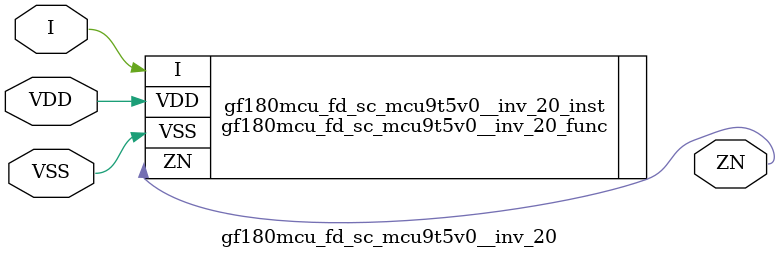
<source format=v>

module gf180mcu_fd_sc_mcu9t5v0__inv_20( I, ZN, VDD, VSS );
input I;
inout VDD, VSS;
output ZN;

   `ifdef FUNCTIONAL  //  functional //

	gf180mcu_fd_sc_mcu9t5v0__inv_20_func gf180mcu_fd_sc_mcu9t5v0__inv_20_behav_inst(.I(I),.ZN(ZN),.VDD(VDD),.VSS(VSS));

   `else

	gf180mcu_fd_sc_mcu9t5v0__inv_20_func gf180mcu_fd_sc_mcu9t5v0__inv_20_inst(.I(I),.ZN(ZN),.VDD(VDD),.VSS(VSS));

	// spec_gates_begin


	// spec_gates_end



   specify

	// specify_block_begin

	// comb arc I --> ZN
	 (I => ZN) = (1.0,1.0);

	// specify_block_end

   endspecify

   `endif

endmodule

</source>
